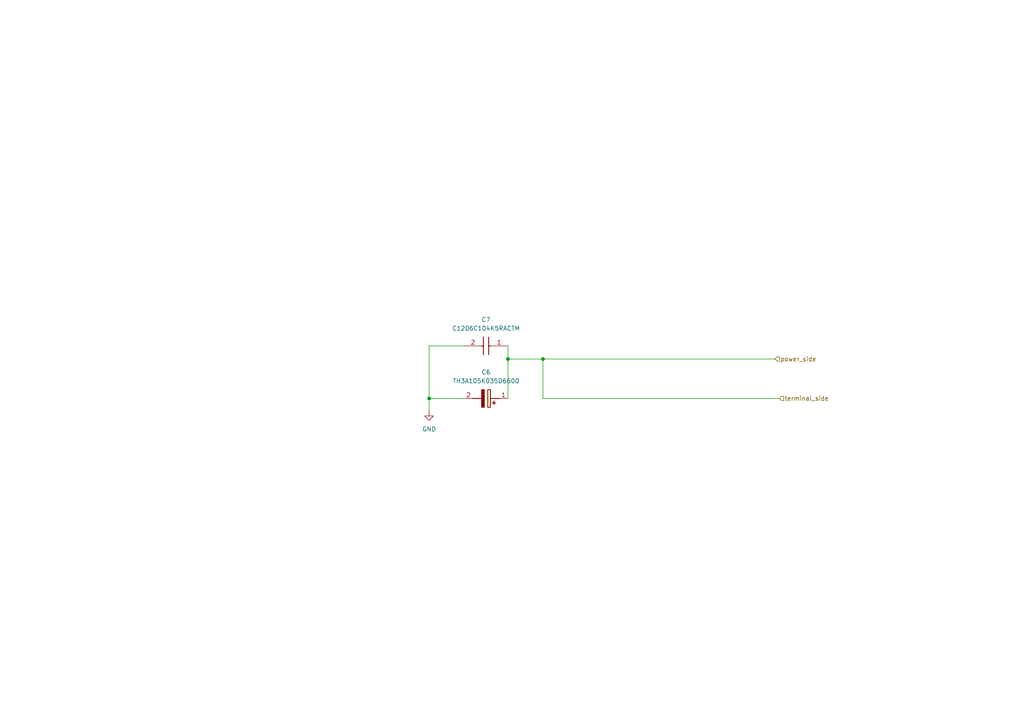
<source format=kicad_sch>
(kicad_sch (version 20250114) (generator "eeschema") (generator_version "9.0")
  (paper "A4")
  (lib_symbols
    (symbol "Custom_capacitors:C1206C104K5RACTM" (pin_names (hide yes))
      (property "Reference" "C" (at 8.89 6.35 0))
      (property "Value" "C1206C104K5RACTM" (at 8.89 3.81 0))
      (symbol "C1206C104K5RACTM_1_1"
        (polyline (pts (xy 5.08 0) (xy 5.588 0)) (stroke (width 0.254)))
        (polyline (pts (xy 5.588 2.54) (xy 5.588 -2.54)) (stroke (width 0.254)))
        (polyline (pts (xy 7.112 2.54) (xy 7.112 -2.54)) (stroke (width 0.254)))
        (polyline (pts (xy 7.112 0) (xy 7.62 0)) (stroke (width 0.254)))
        (pin passive line (at 0 0 0) (length 5.08) (name "1") (number "1"))
        (pin passive line (at 12.7 0 180) (length 5.08) (name "2") (number "2"))
      )
    )
    (symbol "Custom_capacitors:TH3A105K035D6600" (pin_names (hide yes))
      (property "Reference" "C" (at 8.89 6.35 0))
      (property "Value" "TH3A105K035D6600" (at 8.89 3.81 0))
      (symbol "TH3A105K035D6600_1_1"
        (polyline (pts (xy 2.54 0) (xy 5.08 0)) (stroke (width 0.254)))
        (polyline (pts (xy 4.064 1.778) (xy 4.064 0.762)) (stroke (width 0.254)))
        (polyline (pts (xy 4.572 1.27) (xy 3.556 1.27)) (stroke (width 0.254)))
        (rectangle (start 5.08 2.54) (end 5.842 -2.54) (stroke (width 0.254)) (fill (type background)))
        (polyline (pts (xy 7.62 2.54) (xy 7.62 -2.54) (xy 6.858 -2.54) (xy 6.858 2.54) (xy 7.62 2.54)) (stroke (width 0.254)) (fill (type outline)))
        (polyline (pts (xy 7.62 0) (xy 10.16 0)) (stroke (width 0.254)))
        (pin passive line (at 0 0 0) (length 2.54) (name "+") (number "1"))
        (pin passive line (at 12.7 0 180) (length 2.54) (name "-") (number "2"))
      )
    )
    (symbol "power:GND" (power) (pin_numbers (hide yes)) (pin_names (offset 0) (hide yes))
      (property "Value" "GND" (at 0 -3.81 0))
      (symbol "GND_0_1"
        (polyline (pts (xy 0 0) (xy 0 -1.27) (xy 1.27 -1.27) (xy 0 -2.54) (xy -1.27 -1.27) (xy 0 -1.27)))
      )
      (symbol "GND_1_1"
        (pin power_in line (at 0 0 270) (length 0) (name "~") (number "1"))
      )
    )
  )
  (junction (at 157.48 104.14))
  (junction (at 147.32 104.14))
  (junction (at 124.46 115.57))
  (wire (pts (xy 226.06 115.57) (xy 157.48 115.57)))
  (wire (pts (xy 134.62 100.33) (xy 124.46 100.33)))
  (wire (pts (xy 124.46 119.38) (xy 124.46 115.57)))
  (wire (pts (xy 147.32 104.14) (xy 147.32 115.57)))
  (wire (pts (xy 157.48 115.57) (xy 157.48 104.14)))
  (wire (pts (xy 157.48 104.14) (xy 147.32 104.14)))
  (wire (pts (xy 124.46 100.33) (xy 124.46 115.57)))
  (wire (pts (xy 124.46 115.57) (xy 134.62 115.57)))
  (wire (pts (xy 147.32 104.14) (xy 147.32 100.33)))
  (wire (pts (xy 224.79 104.14) (xy 157.48 104.14)))
  (hierarchical_label "power_side" (shape input) (at 224.79 104.14 0))
  (hierarchical_label "terminal_side" (shape input) (at 226.06 115.57 0))
  (symbol (lib_id "power:GND") (at 124.46 119.38 0) (unit 1)
    (property "Reference" "#PWR06" (effects (hide yes)))
    (property "Value" "GND" (at 124.46 124.46 0))
    (property "Description" "Power symbol creates a global label with name \"GND\" , ground" (effects (hide yes)))
    (instances (project "current_measure_board" (path "" (reference "#PWR06") (unit 1)) (path "" (reference "#PWR09") (unit 1)) (path "" (reference "#PWR010") (unit 1)) (path "" (reference "#PWR012") (unit 1))))
  )
  (symbol (lib_id "Custom_capacitors:C1206C104K5RACTM") (at 147.32 100.33 180) (unit 1)
    (property "Reference" "C7" (at 140.97 92.71 0))
    (property "Value" "C1206C104K5RACTM" (at 140.97 95.25 0))
    (property "Footprint" "Custom_capacitors:CAPPM3216X180N(0.1uF 1206 0.1acc)" (effects (hide yes)))
    (property "Datasheet" "https://content.kemet.com/datasheets/KEM_C1002_X7R_SMD.pdf" (effects (hide yes)))
    (property "Description" "SMD Comm X7R, Ceramic, 0.1 uF, 10%, 50 VDC, 125 VDC, 125C, -55C, X7R, SMD, MLCC, Temperature Stable, Class II, 2.5 % , 10 GOhms, 17 mg, 1206, 3.2mm, 1.6mm, 0.78mm, 0.5mm, 4000, 78  Weeks, 80" (effects (hide yes)))
    (property "Mouser Part Number" "80-C1206C104K5RACTM" (effects (hide yes)))
    (property "Mouser Price/Stock" "https://www.mouser.co.uk/ProductDetail/KEMET/C1206C104K5RACTM?qs=ED%252B2xvMfDz2aaotiiWTrQg%3D%3D" (effects (hide yes)))
    (property "Manufacturer_Name" "KEMET" (effects (hide yes)))
    (property "Manufacturer_Part_Number" "C1206C104K5RACTM" (effects (hide yes)))
    (instances (project "current_measure_board" (path "" (reference "C7") (unit 1)) (path "" (reference "C12") (unit 1)) (path "" (reference "C14") (unit 1)) (path "" (reference "C18") (unit 1))))
  )
  (symbol (lib_id "Custom_capacitors:TH3A105K035D6600") (at 147.32 115.57 180) (unit 1)
    (property "Reference" "C6" (at 140.97 107.95 0))
    (property "Value" "TH3A105K035D6600" (at 140.97 110.49 0))
    (property "Footprint" "Custom_capacitors:CAPPM3216X180N(1uF 35V 1206 0.1err" (effects (hide yes)))
    (property "Datasheet" "http://www.vishay.com/doc?40084" (effects (hide yes)))
    (property "Description" "Solid Tantalum Surface Mount Capacitors TANTAMOUNT(TM) Molded Case, HI-TMP High Temperature 150 C, Automotive Grade" (effects (hide yes)))
    (property "Height" "1.8" (effects (hide yes)))
    (property "Manufacturer_Name" "Vishay" (effects (hide yes)))
    (property "Manufacturer_Part_Number" "TH3A105K035D6600" (effects (hide yes)))
    (instances (project "current_measure_board" (path "" (reference "C6") (unit 1)) (path "" (reference "C13") (unit 1)) (path "" (reference "C15") (unit 1)) (path "" (reference "C19") (unit 1))))
  )
)
</source>
